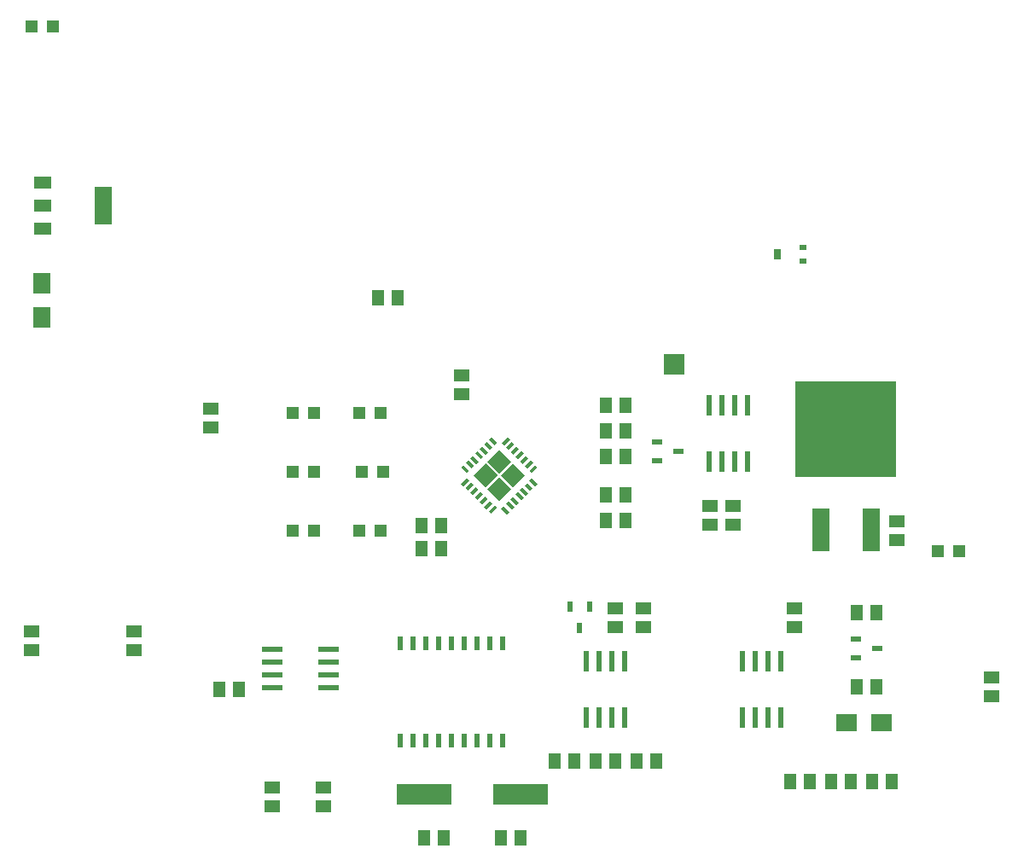
<source format=gbr>
G04 #@! TF.FileFunction,Paste,Top*
%FSLAX46Y46*%
G04 Gerber Fmt 4.6, Leading zero omitted, Abs format (unit mm)*
G04 Created by KiCad (PCBNEW 4.0.6) date 07/24/17 16:42:21*
%MOMM*%
%LPD*%
G01*
G04 APERTURE LIST*
%ADD10C,0.100000*%
%ADD11R,0.551180X1.430020*%
%ADD12R,1.498600X1.300480*%
%ADD13R,1.300480X1.498600*%
%ADD14R,1.699260X2.100580*%
%ADD15R,1.198880X1.198880*%
%ADD16R,2.100580X1.699260*%
%ADD17R,1.000760X0.599440*%
%ADD18R,0.599440X1.000760*%
%ADD19R,0.800100X0.599440*%
%ADD20R,0.701040X1.099820*%
%ADD21R,0.599440X1.998980*%
%ADD22R,1.800860X1.300480*%
%ADD23R,1.800860X3.799840*%
%ADD24R,1.800860X4.201160*%
%ADD25R,9.999980X9.499600*%
%ADD26R,1.998980X0.599440*%
%ADD27R,2.000000X2.000000*%
%ADD28R,5.499100X1.998980*%
G04 APERTURE END LIST*
D10*
D11*
X60198000Y-99298760D03*
X61468000Y-99298760D03*
X62738000Y-99298760D03*
X64008000Y-99298760D03*
X65278000Y-99298760D03*
X66548000Y-99298760D03*
X67818000Y-99298760D03*
X69088000Y-99298760D03*
X70358000Y-99298760D03*
X70358000Y-89677240D03*
X69088000Y-89677240D03*
X67818000Y-89677240D03*
X66548000Y-89677240D03*
X65278000Y-89677240D03*
X64008000Y-89677240D03*
X62738000Y-89677240D03*
X61468000Y-89677240D03*
X60198000Y-89677240D03*
D12*
X109474000Y-79438500D03*
X109474000Y-77533500D03*
D13*
X62547500Y-108966000D03*
X64452500Y-108966000D03*
X72072500Y-108966000D03*
X70167500Y-108966000D03*
D14*
X24638000Y-53896260D03*
X24638000Y-57355740D03*
D15*
X25687020Y-28448000D03*
X23588980Y-28448000D03*
X58199020Y-66802000D03*
X56100980Y-66802000D03*
X51595020Y-66802000D03*
X49496980Y-66802000D03*
D16*
X104442260Y-97536000D03*
X107901740Y-97536000D03*
D15*
X115603020Y-80518000D03*
X113504980Y-80518000D03*
X49496980Y-72644000D03*
X51595020Y-72644000D03*
X58199020Y-78486000D03*
X56100980Y-78486000D03*
X56354980Y-72644000D03*
X58453020Y-72644000D03*
X49496980Y-78486000D03*
X51595020Y-78486000D03*
D17*
X105369360Y-89217500D03*
X107482640Y-90170000D03*
X105369360Y-91122500D03*
D18*
X78930500Y-86065360D03*
X77978000Y-88178640D03*
X77025500Y-86065360D03*
D17*
X85684360Y-69659500D03*
X87797640Y-70612000D03*
X85684360Y-71564500D03*
D12*
X90932000Y-76009500D03*
X90932000Y-77914500D03*
X93218000Y-76009500D03*
X93218000Y-77914500D03*
D13*
X62293500Y-77978000D03*
X64198500Y-77978000D03*
D12*
X41402000Y-68262500D03*
X41402000Y-66357500D03*
D13*
X62293500Y-80264000D03*
X64198500Y-80264000D03*
X107378500Y-86614000D03*
X105473500Y-86614000D03*
X107378500Y-93980000D03*
X105473500Y-93980000D03*
X59880500Y-55372000D03*
X57975500Y-55372000D03*
D12*
X52578000Y-103949500D03*
X52578000Y-105854500D03*
X118872000Y-93027500D03*
X118872000Y-94932500D03*
X47498000Y-103949500D03*
X47498000Y-105854500D03*
X84328000Y-86169500D03*
X84328000Y-88074500D03*
D13*
X82486500Y-71120000D03*
X80581500Y-71120000D03*
D12*
X81534000Y-88074500D03*
X81534000Y-86169500D03*
X99314000Y-88074500D03*
X99314000Y-86169500D03*
D13*
X80581500Y-77470000D03*
X82486500Y-77470000D03*
X82486500Y-74930000D03*
X80581500Y-74930000D03*
X80581500Y-66040000D03*
X82486500Y-66040000D03*
X82486500Y-68580000D03*
X80581500Y-68580000D03*
X42227500Y-94234000D03*
X44132500Y-94234000D03*
X77406500Y-101346000D03*
X75501500Y-101346000D03*
X81470500Y-101346000D03*
X79565500Y-101346000D03*
X85534500Y-101346000D03*
X83629500Y-101346000D03*
X100774500Y-103378000D03*
X98869500Y-103378000D03*
X104838500Y-103378000D03*
X102933500Y-103378000D03*
X108902500Y-103378000D03*
X106997500Y-103378000D03*
D19*
X100106480Y-51704240D03*
D20*
X97607120Y-51054000D03*
D19*
X100106480Y-50403760D03*
D10*
G36*
X68745458Y-69658446D02*
X69311215Y-70224203D01*
X69063360Y-70472058D01*
X68497603Y-69906301D01*
X68745458Y-69658446D01*
X68745458Y-69658446D01*
G37*
G36*
X68285669Y-70118235D02*
X68851426Y-70683992D01*
X68603571Y-70931847D01*
X68037814Y-70366090D01*
X68285669Y-70118235D01*
X68285669Y-70118235D01*
G37*
G36*
X67825880Y-70578025D02*
X68391637Y-71143782D01*
X68143782Y-71391637D01*
X67578025Y-70825880D01*
X67825880Y-70578025D01*
X67825880Y-70578025D01*
G37*
G36*
X67366090Y-71037814D02*
X67931847Y-71603571D01*
X67683992Y-71851426D01*
X67118235Y-71285669D01*
X67366090Y-71037814D01*
X67366090Y-71037814D01*
G37*
G36*
X66762618Y-73230792D02*
X67010473Y-73478647D01*
X66444716Y-74044404D01*
X66196861Y-73796549D01*
X66762618Y-73230792D01*
X66762618Y-73230792D01*
G37*
G36*
X67222407Y-73690581D02*
X67470262Y-73938436D01*
X66904505Y-74504193D01*
X66656650Y-74256338D01*
X67222407Y-73690581D01*
X67222407Y-73690581D01*
G37*
G36*
X67682196Y-74150370D02*
X67930051Y-74398225D01*
X67364294Y-74963982D01*
X67116439Y-74716127D01*
X67682196Y-74150370D01*
X67682196Y-74150370D01*
G37*
G36*
X68141985Y-74610160D02*
X68389840Y-74858015D01*
X67824083Y-75423772D01*
X67576228Y-75175917D01*
X68141985Y-74610160D01*
X68141985Y-74610160D01*
G37*
G36*
X68601775Y-75069949D02*
X68849630Y-75317804D01*
X68283873Y-75883561D01*
X68036018Y-75635706D01*
X68601775Y-75069949D01*
X68601775Y-75069949D01*
G37*
G36*
X69061564Y-75529738D02*
X69309419Y-75777593D01*
X68743662Y-76343350D01*
X68495807Y-76095495D01*
X69061564Y-75529738D01*
X69061564Y-75529738D01*
G37*
G36*
X69521353Y-75989527D02*
X69769208Y-76237382D01*
X69203451Y-76803139D01*
X68955596Y-76555284D01*
X69521353Y-75989527D01*
X69521353Y-75989527D01*
G37*
G36*
X69205247Y-69198657D02*
X69771004Y-69764414D01*
X69523149Y-70012269D01*
X68957392Y-69446512D01*
X69205247Y-69198657D01*
X69205247Y-69198657D01*
G37*
G36*
X68656554Y-71796646D02*
X69859908Y-73000000D01*
X68656554Y-74203354D01*
X67453200Y-73000000D01*
X68656554Y-71796646D01*
X68656554Y-71796646D01*
G37*
G36*
X70000000Y-70453200D02*
X71203354Y-71656554D01*
X70000000Y-72859908D01*
X68796646Y-71656554D01*
X70000000Y-70453200D01*
X70000000Y-70453200D01*
G37*
G36*
X71343446Y-71796646D02*
X72546800Y-73000000D01*
X71343446Y-74203354D01*
X70140092Y-73000000D01*
X71343446Y-71796646D01*
X71343446Y-71796646D01*
G37*
G36*
X70000000Y-73140092D02*
X71203354Y-74343446D01*
X70000000Y-75546800D01*
X68796646Y-74343446D01*
X70000000Y-73140092D01*
X70000000Y-73140092D01*
G37*
G36*
X70442726Y-76025448D02*
X71008483Y-76591205D01*
X70760628Y-76839060D01*
X70194871Y-76273303D01*
X70442726Y-76025448D01*
X70442726Y-76025448D01*
G37*
G36*
X70902515Y-75565659D02*
X71468272Y-76131416D01*
X71220417Y-76379271D01*
X70654660Y-75813514D01*
X70902515Y-75565659D01*
X70902515Y-75565659D01*
G37*
G36*
X71362304Y-75105870D02*
X71928061Y-75671627D01*
X71680206Y-75919482D01*
X71114449Y-75353725D01*
X71362304Y-75105870D01*
X71362304Y-75105870D01*
G37*
G36*
X71858015Y-74610160D02*
X72423772Y-75175917D01*
X72175917Y-75423772D01*
X71610160Y-74858015D01*
X71858015Y-74610160D01*
X71858015Y-74610160D01*
G37*
G36*
X72281883Y-74186291D02*
X72847640Y-74752048D01*
X72599785Y-74999903D01*
X72034028Y-74434146D01*
X72281883Y-74186291D01*
X72281883Y-74186291D01*
G37*
G36*
X72741672Y-73726502D02*
X73307429Y-74292259D01*
X73059574Y-74540114D01*
X72493817Y-73974357D01*
X72741672Y-73726502D01*
X72741672Y-73726502D01*
G37*
G36*
X73201461Y-73266713D02*
X73767218Y-73832470D01*
X73519363Y-74080325D01*
X72953606Y-73514568D01*
X73201461Y-73266713D01*
X73201461Y-73266713D01*
G37*
G36*
X73553488Y-71957392D02*
X73801343Y-72205247D01*
X73235586Y-72771004D01*
X72987731Y-72523149D01*
X73553488Y-71957392D01*
X73553488Y-71957392D01*
G37*
G36*
X73093699Y-71497603D02*
X73341554Y-71745458D01*
X72775797Y-72311215D01*
X72527942Y-72063360D01*
X73093699Y-71497603D01*
X73093699Y-71497603D01*
G37*
G36*
X72633910Y-71037814D02*
X72881765Y-71285669D01*
X72316008Y-71851426D01*
X72068153Y-71603571D01*
X72633910Y-71037814D01*
X72633910Y-71037814D01*
G37*
G36*
X72174120Y-70578025D02*
X72421975Y-70825880D01*
X71856218Y-71391637D01*
X71608363Y-71143782D01*
X72174120Y-70578025D01*
X72174120Y-70578025D01*
G37*
G36*
X71714331Y-70118235D02*
X71962186Y-70366090D01*
X71396429Y-70931847D01*
X71148574Y-70683992D01*
X71714331Y-70118235D01*
X71714331Y-70118235D01*
G37*
G36*
X71254542Y-69658446D02*
X71502397Y-69906301D01*
X70936640Y-70472058D01*
X70688785Y-70224203D01*
X71254542Y-69658446D01*
X71254542Y-69658446D01*
G37*
G36*
X70794753Y-69198657D02*
X71042608Y-69446512D01*
X70476851Y-70012269D01*
X70228996Y-69764414D01*
X70794753Y-69198657D01*
X70794753Y-69198657D01*
G37*
G36*
X66906301Y-71497603D02*
X67472058Y-72063360D01*
X67224203Y-72311215D01*
X66658446Y-71745458D01*
X66906301Y-71497603D01*
X66906301Y-71497603D01*
G37*
G36*
X66446512Y-71957392D02*
X67012269Y-72523149D01*
X66764414Y-72771004D01*
X66198657Y-72205247D01*
X66446512Y-71957392D01*
X66446512Y-71957392D01*
G37*
D21*
X94615000Y-66040000D03*
X93345000Y-66040000D03*
X92075000Y-66040000D03*
X90805000Y-66040000D03*
X90805000Y-71628000D03*
X92075000Y-71628000D03*
X93345000Y-71628000D03*
X94615000Y-71628000D03*
D22*
X24686260Y-43926760D03*
X24686260Y-46228000D03*
X24686260Y-48529240D03*
D23*
X30685740Y-46228000D03*
D24*
X101894640Y-78407260D03*
X106893360Y-78407260D03*
D25*
X104394000Y-68404740D03*
D26*
X53086000Y-94107000D03*
X53086000Y-92837000D03*
X53086000Y-91567000D03*
X53086000Y-90297000D03*
X47498000Y-90297000D03*
X47498000Y-91567000D03*
X47498000Y-92837000D03*
X47498000Y-94107000D03*
D21*
X82423000Y-91440000D03*
X81153000Y-91440000D03*
X79883000Y-91440000D03*
X78613000Y-91440000D03*
X78613000Y-97028000D03*
X79883000Y-97028000D03*
X81153000Y-97028000D03*
X82423000Y-97028000D03*
X97917000Y-91440000D03*
X96647000Y-91440000D03*
X95377000Y-91440000D03*
X94107000Y-91440000D03*
X94107000Y-97028000D03*
X95377000Y-97028000D03*
X96647000Y-97028000D03*
X97917000Y-97028000D03*
D27*
X87378000Y-61976000D03*
D28*
X62560200Y-104648000D03*
X72059800Y-104648000D03*
D12*
X66294000Y-64960500D03*
X66294000Y-63055500D03*
X23622000Y-88455500D03*
X23622000Y-90360500D03*
X33782000Y-88455500D03*
X33782000Y-90360500D03*
M02*

</source>
